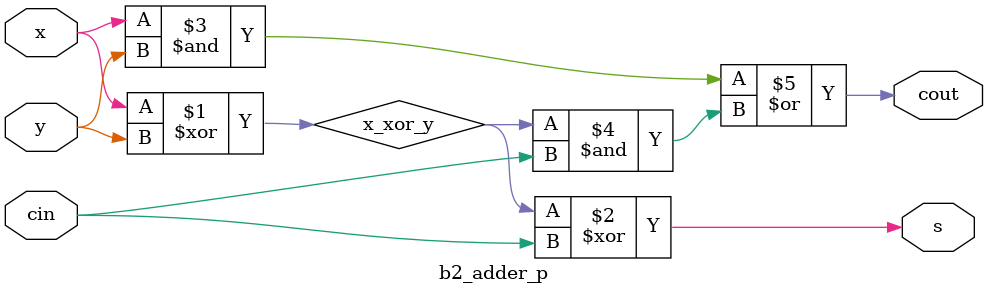
<source format=v>
module b2_adder(x, y, cin, s, cout);
	input x, y, cin;
	output s, cout;

	assign {s, cout} = ({x, y, cin} == 'B000) ? 'B00:
										 ({x, y, cin} == 'B001) ? 'B10:
										 ({x, y, cin} == 'B010) ? 'B10:
										 ({x, y, cin} == 'B011) ? 'B01:
										 ({x, y, cin} == 'B100) ? 'B10:
										 ({x, y, cin} == 'B101) ? 'B01:
										 ({x, y, cin} == 'B110) ? 'B01:
									 /*({x, y, cin} == 'B111)?*/'B11;
endmodule

// implementazione a porte logiche
module b2_adder_p(x, y, cin, s, cout);
	input x, y, cin;
	output s, cout;

	wire x_xor_y;
	assign x_xor_y = x ^ y;

	assign s = (x_xor_y) ^ cin;
	assign cout = x & y | x_xor_y & cin;
endmodule

</source>
